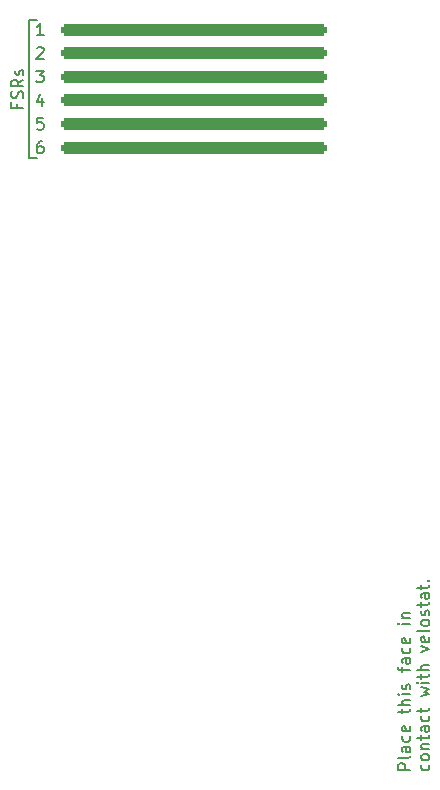
<source format=gto>
G04 #@! TF.GenerationSoftware,KiCad,Pcbnew,7.0.7*
G04 #@! TF.CreationDate,2024-12-02T13:56:48+01:00*
G04 #@! TF.ProjectId,Finger_FSR_V1_length,46696e67-6572-45f4-9653-525f56315f6c,rev?*
G04 #@! TF.SameCoordinates,Original*
G04 #@! TF.FileFunction,Legend,Top*
G04 #@! TF.FilePolarity,Positive*
%FSLAX46Y46*%
G04 Gerber Fmt 4.6, Leading zero omitted, Abs format (unit mm)*
G04 Created by KiCad (PCBNEW 7.0.7) date 2024-12-02 13:56:48*
%MOMM*%
%LPD*%
G01*
G04 APERTURE LIST*
G04 Aperture macros list*
%AMRoundRect*
0 Rectangle with rounded corners*
0 $1 Rounding radius*
0 $2 $3 $4 $5 $6 $7 $8 $9 X,Y pos of 4 corners*
0 Add a 4 corners polygon primitive as box body*
4,1,4,$2,$3,$4,$5,$6,$7,$8,$9,$2,$3,0*
0 Add four circle primitives for the rounded corners*
1,1,$1+$1,$2,$3*
1,1,$1+$1,$4,$5*
1,1,$1+$1,$6,$7*
1,1,$1+$1,$8,$9*
0 Add four rect primitives between the rounded corners*
20,1,$1+$1,$2,$3,$4,$5,0*
20,1,$1+$1,$4,$5,$6,$7,0*
20,1,$1+$1,$6,$7,$8,$9,0*
20,1,$1+$1,$8,$9,$2,$3,0*%
G04 Aperture macros list end*
%ADD10C,0.150000*%
%ADD11RoundRect,0.250000X-11.000000X-0.250000X11.000000X-0.250000X11.000000X0.250000X-11.000000X0.250000X0*%
%ADD12C,3.000000*%
%ADD13C,3.800000*%
G04 APERTURE END LIST*
D10*
X120819999Y-69178250D02*
X121529999Y-69178250D01*
X120819999Y-80848250D02*
X121529999Y-80848250D01*
X120819998Y-69180000D02*
X120819998Y-80840000D01*
X121461541Y-73471569D02*
X122080588Y-73471569D01*
X122080588Y-73471569D02*
X121747255Y-73852521D01*
X121747255Y-73852521D02*
X121890112Y-73852521D01*
X121890112Y-73852521D02*
X121985350Y-73900140D01*
X121985350Y-73900140D02*
X122032969Y-73947759D01*
X122032969Y-73947759D02*
X122080588Y-74042997D01*
X122080588Y-74042997D02*
X122080588Y-74281092D01*
X122080588Y-74281092D02*
X122032969Y-74376330D01*
X122032969Y-74376330D02*
X121985350Y-74423950D01*
X121985350Y-74423950D02*
X121890112Y-74471569D01*
X121890112Y-74471569D02*
X121604398Y-74471569D01*
X121604398Y-74471569D02*
X121509160Y-74423950D01*
X121509160Y-74423950D02*
X121461541Y-74376330D01*
X121985350Y-75804902D02*
X121985350Y-76471569D01*
X121747255Y-75423950D02*
X121509160Y-76138235D01*
X121509160Y-76138235D02*
X122128207Y-76138235D01*
X153116569Y-132663220D02*
X152116569Y-132663220D01*
X152116569Y-132663220D02*
X152116569Y-132282268D01*
X152116569Y-132282268D02*
X152164188Y-132187030D01*
X152164188Y-132187030D02*
X152211807Y-132139411D01*
X152211807Y-132139411D02*
X152307045Y-132091792D01*
X152307045Y-132091792D02*
X152449902Y-132091792D01*
X152449902Y-132091792D02*
X152545140Y-132139411D01*
X152545140Y-132139411D02*
X152592759Y-132187030D01*
X152592759Y-132187030D02*
X152640378Y-132282268D01*
X152640378Y-132282268D02*
X152640378Y-132663220D01*
X153116569Y-131520363D02*
X153068950Y-131615601D01*
X153068950Y-131615601D02*
X152973711Y-131663220D01*
X152973711Y-131663220D02*
X152116569Y-131663220D01*
X153116569Y-130710839D02*
X152592759Y-130710839D01*
X152592759Y-130710839D02*
X152497521Y-130758458D01*
X152497521Y-130758458D02*
X152449902Y-130853696D01*
X152449902Y-130853696D02*
X152449902Y-131044172D01*
X152449902Y-131044172D02*
X152497521Y-131139410D01*
X153068950Y-130710839D02*
X153116569Y-130806077D01*
X153116569Y-130806077D02*
X153116569Y-131044172D01*
X153116569Y-131044172D02*
X153068950Y-131139410D01*
X153068950Y-131139410D02*
X152973711Y-131187029D01*
X152973711Y-131187029D02*
X152878473Y-131187029D01*
X152878473Y-131187029D02*
X152783235Y-131139410D01*
X152783235Y-131139410D02*
X152735616Y-131044172D01*
X152735616Y-131044172D02*
X152735616Y-130806077D01*
X152735616Y-130806077D02*
X152687997Y-130710839D01*
X153068950Y-129806077D02*
X153116569Y-129901315D01*
X153116569Y-129901315D02*
X153116569Y-130091791D01*
X153116569Y-130091791D02*
X153068950Y-130187029D01*
X153068950Y-130187029D02*
X153021330Y-130234648D01*
X153021330Y-130234648D02*
X152926092Y-130282267D01*
X152926092Y-130282267D02*
X152640378Y-130282267D01*
X152640378Y-130282267D02*
X152545140Y-130234648D01*
X152545140Y-130234648D02*
X152497521Y-130187029D01*
X152497521Y-130187029D02*
X152449902Y-130091791D01*
X152449902Y-130091791D02*
X152449902Y-129901315D01*
X152449902Y-129901315D02*
X152497521Y-129806077D01*
X153068950Y-128996553D02*
X153116569Y-129091791D01*
X153116569Y-129091791D02*
X153116569Y-129282267D01*
X153116569Y-129282267D02*
X153068950Y-129377505D01*
X153068950Y-129377505D02*
X152973711Y-129425124D01*
X152973711Y-129425124D02*
X152592759Y-129425124D01*
X152592759Y-129425124D02*
X152497521Y-129377505D01*
X152497521Y-129377505D02*
X152449902Y-129282267D01*
X152449902Y-129282267D02*
X152449902Y-129091791D01*
X152449902Y-129091791D02*
X152497521Y-128996553D01*
X152497521Y-128996553D02*
X152592759Y-128948934D01*
X152592759Y-128948934D02*
X152687997Y-128948934D01*
X152687997Y-128948934D02*
X152783235Y-129425124D01*
X152449902Y-127901314D02*
X152449902Y-127520362D01*
X152116569Y-127758457D02*
X152973711Y-127758457D01*
X152973711Y-127758457D02*
X153068950Y-127710838D01*
X153068950Y-127710838D02*
X153116569Y-127615600D01*
X153116569Y-127615600D02*
X153116569Y-127520362D01*
X153116569Y-127187028D02*
X152116569Y-127187028D01*
X153116569Y-126758457D02*
X152592759Y-126758457D01*
X152592759Y-126758457D02*
X152497521Y-126806076D01*
X152497521Y-126806076D02*
X152449902Y-126901314D01*
X152449902Y-126901314D02*
X152449902Y-127044171D01*
X152449902Y-127044171D02*
X152497521Y-127139409D01*
X152497521Y-127139409D02*
X152545140Y-127187028D01*
X153116569Y-126282266D02*
X152449902Y-126282266D01*
X152116569Y-126282266D02*
X152164188Y-126329885D01*
X152164188Y-126329885D02*
X152211807Y-126282266D01*
X152211807Y-126282266D02*
X152164188Y-126234647D01*
X152164188Y-126234647D02*
X152116569Y-126282266D01*
X152116569Y-126282266D02*
X152211807Y-126282266D01*
X153068950Y-125853695D02*
X153116569Y-125758457D01*
X153116569Y-125758457D02*
X153116569Y-125567981D01*
X153116569Y-125567981D02*
X153068950Y-125472743D01*
X153068950Y-125472743D02*
X152973711Y-125425124D01*
X152973711Y-125425124D02*
X152926092Y-125425124D01*
X152926092Y-125425124D02*
X152830854Y-125472743D01*
X152830854Y-125472743D02*
X152783235Y-125567981D01*
X152783235Y-125567981D02*
X152783235Y-125710838D01*
X152783235Y-125710838D02*
X152735616Y-125806076D01*
X152735616Y-125806076D02*
X152640378Y-125853695D01*
X152640378Y-125853695D02*
X152592759Y-125853695D01*
X152592759Y-125853695D02*
X152497521Y-125806076D01*
X152497521Y-125806076D02*
X152449902Y-125710838D01*
X152449902Y-125710838D02*
X152449902Y-125567981D01*
X152449902Y-125567981D02*
X152497521Y-125472743D01*
X152449902Y-124377504D02*
X152449902Y-123996552D01*
X153116569Y-124234647D02*
X152259426Y-124234647D01*
X152259426Y-124234647D02*
X152164188Y-124187028D01*
X152164188Y-124187028D02*
X152116569Y-124091790D01*
X152116569Y-124091790D02*
X152116569Y-123996552D01*
X153116569Y-123234647D02*
X152592759Y-123234647D01*
X152592759Y-123234647D02*
X152497521Y-123282266D01*
X152497521Y-123282266D02*
X152449902Y-123377504D01*
X152449902Y-123377504D02*
X152449902Y-123567980D01*
X152449902Y-123567980D02*
X152497521Y-123663218D01*
X153068950Y-123234647D02*
X153116569Y-123329885D01*
X153116569Y-123329885D02*
X153116569Y-123567980D01*
X153116569Y-123567980D02*
X153068950Y-123663218D01*
X153068950Y-123663218D02*
X152973711Y-123710837D01*
X152973711Y-123710837D02*
X152878473Y-123710837D01*
X152878473Y-123710837D02*
X152783235Y-123663218D01*
X152783235Y-123663218D02*
X152735616Y-123567980D01*
X152735616Y-123567980D02*
X152735616Y-123329885D01*
X152735616Y-123329885D02*
X152687997Y-123234647D01*
X153068950Y-122329885D02*
X153116569Y-122425123D01*
X153116569Y-122425123D02*
X153116569Y-122615599D01*
X153116569Y-122615599D02*
X153068950Y-122710837D01*
X153068950Y-122710837D02*
X153021330Y-122758456D01*
X153021330Y-122758456D02*
X152926092Y-122806075D01*
X152926092Y-122806075D02*
X152640378Y-122806075D01*
X152640378Y-122806075D02*
X152545140Y-122758456D01*
X152545140Y-122758456D02*
X152497521Y-122710837D01*
X152497521Y-122710837D02*
X152449902Y-122615599D01*
X152449902Y-122615599D02*
X152449902Y-122425123D01*
X152449902Y-122425123D02*
X152497521Y-122329885D01*
X153068950Y-121520361D02*
X153116569Y-121615599D01*
X153116569Y-121615599D02*
X153116569Y-121806075D01*
X153116569Y-121806075D02*
X153068950Y-121901313D01*
X153068950Y-121901313D02*
X152973711Y-121948932D01*
X152973711Y-121948932D02*
X152592759Y-121948932D01*
X152592759Y-121948932D02*
X152497521Y-121901313D01*
X152497521Y-121901313D02*
X152449902Y-121806075D01*
X152449902Y-121806075D02*
X152449902Y-121615599D01*
X152449902Y-121615599D02*
X152497521Y-121520361D01*
X152497521Y-121520361D02*
X152592759Y-121472742D01*
X152592759Y-121472742D02*
X152687997Y-121472742D01*
X152687997Y-121472742D02*
X152783235Y-121948932D01*
X153116569Y-120282265D02*
X152449902Y-120282265D01*
X152116569Y-120282265D02*
X152164188Y-120329884D01*
X152164188Y-120329884D02*
X152211807Y-120282265D01*
X152211807Y-120282265D02*
X152164188Y-120234646D01*
X152164188Y-120234646D02*
X152116569Y-120282265D01*
X152116569Y-120282265D02*
X152211807Y-120282265D01*
X152449902Y-119806075D02*
X153116569Y-119806075D01*
X152545140Y-119806075D02*
X152497521Y-119758456D01*
X152497521Y-119758456D02*
X152449902Y-119663218D01*
X152449902Y-119663218D02*
X152449902Y-119520361D01*
X152449902Y-119520361D02*
X152497521Y-119425123D01*
X152497521Y-119425123D02*
X152592759Y-119377504D01*
X152592759Y-119377504D02*
X153116569Y-119377504D01*
X154678950Y-132234649D02*
X154726569Y-132329887D01*
X154726569Y-132329887D02*
X154726569Y-132520363D01*
X154726569Y-132520363D02*
X154678950Y-132615601D01*
X154678950Y-132615601D02*
X154631330Y-132663220D01*
X154631330Y-132663220D02*
X154536092Y-132710839D01*
X154536092Y-132710839D02*
X154250378Y-132710839D01*
X154250378Y-132710839D02*
X154155140Y-132663220D01*
X154155140Y-132663220D02*
X154107521Y-132615601D01*
X154107521Y-132615601D02*
X154059902Y-132520363D01*
X154059902Y-132520363D02*
X154059902Y-132329887D01*
X154059902Y-132329887D02*
X154107521Y-132234649D01*
X154726569Y-131663220D02*
X154678950Y-131758458D01*
X154678950Y-131758458D02*
X154631330Y-131806077D01*
X154631330Y-131806077D02*
X154536092Y-131853696D01*
X154536092Y-131853696D02*
X154250378Y-131853696D01*
X154250378Y-131853696D02*
X154155140Y-131806077D01*
X154155140Y-131806077D02*
X154107521Y-131758458D01*
X154107521Y-131758458D02*
X154059902Y-131663220D01*
X154059902Y-131663220D02*
X154059902Y-131520363D01*
X154059902Y-131520363D02*
X154107521Y-131425125D01*
X154107521Y-131425125D02*
X154155140Y-131377506D01*
X154155140Y-131377506D02*
X154250378Y-131329887D01*
X154250378Y-131329887D02*
X154536092Y-131329887D01*
X154536092Y-131329887D02*
X154631330Y-131377506D01*
X154631330Y-131377506D02*
X154678950Y-131425125D01*
X154678950Y-131425125D02*
X154726569Y-131520363D01*
X154726569Y-131520363D02*
X154726569Y-131663220D01*
X154059902Y-130901315D02*
X154726569Y-130901315D01*
X154155140Y-130901315D02*
X154107521Y-130853696D01*
X154107521Y-130853696D02*
X154059902Y-130758458D01*
X154059902Y-130758458D02*
X154059902Y-130615601D01*
X154059902Y-130615601D02*
X154107521Y-130520363D01*
X154107521Y-130520363D02*
X154202759Y-130472744D01*
X154202759Y-130472744D02*
X154726569Y-130472744D01*
X154059902Y-130139410D02*
X154059902Y-129758458D01*
X153726569Y-129996553D02*
X154583711Y-129996553D01*
X154583711Y-129996553D02*
X154678950Y-129948934D01*
X154678950Y-129948934D02*
X154726569Y-129853696D01*
X154726569Y-129853696D02*
X154726569Y-129758458D01*
X154726569Y-128996553D02*
X154202759Y-128996553D01*
X154202759Y-128996553D02*
X154107521Y-129044172D01*
X154107521Y-129044172D02*
X154059902Y-129139410D01*
X154059902Y-129139410D02*
X154059902Y-129329886D01*
X154059902Y-129329886D02*
X154107521Y-129425124D01*
X154678950Y-128996553D02*
X154726569Y-129091791D01*
X154726569Y-129091791D02*
X154726569Y-129329886D01*
X154726569Y-129329886D02*
X154678950Y-129425124D01*
X154678950Y-129425124D02*
X154583711Y-129472743D01*
X154583711Y-129472743D02*
X154488473Y-129472743D01*
X154488473Y-129472743D02*
X154393235Y-129425124D01*
X154393235Y-129425124D02*
X154345616Y-129329886D01*
X154345616Y-129329886D02*
X154345616Y-129091791D01*
X154345616Y-129091791D02*
X154297997Y-128996553D01*
X154678950Y-128091791D02*
X154726569Y-128187029D01*
X154726569Y-128187029D02*
X154726569Y-128377505D01*
X154726569Y-128377505D02*
X154678950Y-128472743D01*
X154678950Y-128472743D02*
X154631330Y-128520362D01*
X154631330Y-128520362D02*
X154536092Y-128567981D01*
X154536092Y-128567981D02*
X154250378Y-128567981D01*
X154250378Y-128567981D02*
X154155140Y-128520362D01*
X154155140Y-128520362D02*
X154107521Y-128472743D01*
X154107521Y-128472743D02*
X154059902Y-128377505D01*
X154059902Y-128377505D02*
X154059902Y-128187029D01*
X154059902Y-128187029D02*
X154107521Y-128091791D01*
X154059902Y-127806076D02*
X154059902Y-127425124D01*
X153726569Y-127663219D02*
X154583711Y-127663219D01*
X154583711Y-127663219D02*
X154678950Y-127615600D01*
X154678950Y-127615600D02*
X154726569Y-127520362D01*
X154726569Y-127520362D02*
X154726569Y-127425124D01*
X154059902Y-126425123D02*
X154726569Y-126234647D01*
X154726569Y-126234647D02*
X154250378Y-126044171D01*
X154250378Y-126044171D02*
X154726569Y-125853695D01*
X154726569Y-125853695D02*
X154059902Y-125663219D01*
X154726569Y-125282266D02*
X154059902Y-125282266D01*
X153726569Y-125282266D02*
X153774188Y-125329885D01*
X153774188Y-125329885D02*
X153821807Y-125282266D01*
X153821807Y-125282266D02*
X153774188Y-125234647D01*
X153774188Y-125234647D02*
X153726569Y-125282266D01*
X153726569Y-125282266D02*
X153821807Y-125282266D01*
X154059902Y-124948933D02*
X154059902Y-124567981D01*
X153726569Y-124806076D02*
X154583711Y-124806076D01*
X154583711Y-124806076D02*
X154678950Y-124758457D01*
X154678950Y-124758457D02*
X154726569Y-124663219D01*
X154726569Y-124663219D02*
X154726569Y-124567981D01*
X154726569Y-124234647D02*
X153726569Y-124234647D01*
X154726569Y-123806076D02*
X154202759Y-123806076D01*
X154202759Y-123806076D02*
X154107521Y-123853695D01*
X154107521Y-123853695D02*
X154059902Y-123948933D01*
X154059902Y-123948933D02*
X154059902Y-124091790D01*
X154059902Y-124091790D02*
X154107521Y-124187028D01*
X154107521Y-124187028D02*
X154155140Y-124234647D01*
X154059902Y-122663218D02*
X154726569Y-122425123D01*
X154726569Y-122425123D02*
X154059902Y-122187028D01*
X154678950Y-121425123D02*
X154726569Y-121520361D01*
X154726569Y-121520361D02*
X154726569Y-121710837D01*
X154726569Y-121710837D02*
X154678950Y-121806075D01*
X154678950Y-121806075D02*
X154583711Y-121853694D01*
X154583711Y-121853694D02*
X154202759Y-121853694D01*
X154202759Y-121853694D02*
X154107521Y-121806075D01*
X154107521Y-121806075D02*
X154059902Y-121710837D01*
X154059902Y-121710837D02*
X154059902Y-121520361D01*
X154059902Y-121520361D02*
X154107521Y-121425123D01*
X154107521Y-121425123D02*
X154202759Y-121377504D01*
X154202759Y-121377504D02*
X154297997Y-121377504D01*
X154297997Y-121377504D02*
X154393235Y-121853694D01*
X154726569Y-120806075D02*
X154678950Y-120901313D01*
X154678950Y-120901313D02*
X154583711Y-120948932D01*
X154583711Y-120948932D02*
X153726569Y-120948932D01*
X154726569Y-120282265D02*
X154678950Y-120377503D01*
X154678950Y-120377503D02*
X154631330Y-120425122D01*
X154631330Y-120425122D02*
X154536092Y-120472741D01*
X154536092Y-120472741D02*
X154250378Y-120472741D01*
X154250378Y-120472741D02*
X154155140Y-120425122D01*
X154155140Y-120425122D02*
X154107521Y-120377503D01*
X154107521Y-120377503D02*
X154059902Y-120282265D01*
X154059902Y-120282265D02*
X154059902Y-120139408D01*
X154059902Y-120139408D02*
X154107521Y-120044170D01*
X154107521Y-120044170D02*
X154155140Y-119996551D01*
X154155140Y-119996551D02*
X154250378Y-119948932D01*
X154250378Y-119948932D02*
X154536092Y-119948932D01*
X154536092Y-119948932D02*
X154631330Y-119996551D01*
X154631330Y-119996551D02*
X154678950Y-120044170D01*
X154678950Y-120044170D02*
X154726569Y-120139408D01*
X154726569Y-120139408D02*
X154726569Y-120282265D01*
X154678950Y-119567979D02*
X154726569Y-119472741D01*
X154726569Y-119472741D02*
X154726569Y-119282265D01*
X154726569Y-119282265D02*
X154678950Y-119187027D01*
X154678950Y-119187027D02*
X154583711Y-119139408D01*
X154583711Y-119139408D02*
X154536092Y-119139408D01*
X154536092Y-119139408D02*
X154440854Y-119187027D01*
X154440854Y-119187027D02*
X154393235Y-119282265D01*
X154393235Y-119282265D02*
X154393235Y-119425122D01*
X154393235Y-119425122D02*
X154345616Y-119520360D01*
X154345616Y-119520360D02*
X154250378Y-119567979D01*
X154250378Y-119567979D02*
X154202759Y-119567979D01*
X154202759Y-119567979D02*
X154107521Y-119520360D01*
X154107521Y-119520360D02*
X154059902Y-119425122D01*
X154059902Y-119425122D02*
X154059902Y-119282265D01*
X154059902Y-119282265D02*
X154107521Y-119187027D01*
X154059902Y-118853693D02*
X154059902Y-118472741D01*
X153726569Y-118710836D02*
X154583711Y-118710836D01*
X154583711Y-118710836D02*
X154678950Y-118663217D01*
X154678950Y-118663217D02*
X154726569Y-118567979D01*
X154726569Y-118567979D02*
X154726569Y-118472741D01*
X154726569Y-117710836D02*
X154202759Y-117710836D01*
X154202759Y-117710836D02*
X154107521Y-117758455D01*
X154107521Y-117758455D02*
X154059902Y-117853693D01*
X154059902Y-117853693D02*
X154059902Y-118044169D01*
X154059902Y-118044169D02*
X154107521Y-118139407D01*
X154678950Y-117710836D02*
X154726569Y-117806074D01*
X154726569Y-117806074D02*
X154726569Y-118044169D01*
X154726569Y-118044169D02*
X154678950Y-118139407D01*
X154678950Y-118139407D02*
X154583711Y-118187026D01*
X154583711Y-118187026D02*
X154488473Y-118187026D01*
X154488473Y-118187026D02*
X154393235Y-118139407D01*
X154393235Y-118139407D02*
X154345616Y-118044169D01*
X154345616Y-118044169D02*
X154345616Y-117806074D01*
X154345616Y-117806074D02*
X154297997Y-117710836D01*
X154059902Y-117377502D02*
X154059902Y-116996550D01*
X153726569Y-117234645D02*
X154583711Y-117234645D01*
X154583711Y-117234645D02*
X154678950Y-117187026D01*
X154678950Y-117187026D02*
X154726569Y-117091788D01*
X154726569Y-117091788D02*
X154726569Y-116996550D01*
X154631330Y-116663216D02*
X154678950Y-116615597D01*
X154678950Y-116615597D02*
X154726569Y-116663216D01*
X154726569Y-116663216D02*
X154678950Y-116710835D01*
X154678950Y-116710835D02*
X154631330Y-116663216D01*
X154631330Y-116663216D02*
X154726569Y-116663216D01*
X122032969Y-77471569D02*
X121556779Y-77471569D01*
X121556779Y-77471569D02*
X121509160Y-77947759D01*
X121509160Y-77947759D02*
X121556779Y-77900140D01*
X121556779Y-77900140D02*
X121652017Y-77852521D01*
X121652017Y-77852521D02*
X121890112Y-77852521D01*
X121890112Y-77852521D02*
X121985350Y-77900140D01*
X121985350Y-77900140D02*
X122032969Y-77947759D01*
X122032969Y-77947759D02*
X122080588Y-78042997D01*
X122080588Y-78042997D02*
X122080588Y-78281092D01*
X122080588Y-78281092D02*
X122032969Y-78376330D01*
X122032969Y-78376330D02*
X121985350Y-78423950D01*
X121985350Y-78423950D02*
X121890112Y-78471569D01*
X121890112Y-78471569D02*
X121652017Y-78471569D01*
X121652017Y-78471569D02*
X121556779Y-78423950D01*
X121556779Y-78423950D02*
X121509160Y-78376330D01*
X119831008Y-76274411D02*
X119831008Y-76607744D01*
X120354818Y-76607744D02*
X119354818Y-76607744D01*
X119354818Y-76607744D02*
X119354818Y-76131554D01*
X120307199Y-75798220D02*
X120354818Y-75655363D01*
X120354818Y-75655363D02*
X120354818Y-75417268D01*
X120354818Y-75417268D02*
X120307199Y-75322030D01*
X120307199Y-75322030D02*
X120259579Y-75274411D01*
X120259579Y-75274411D02*
X120164341Y-75226792D01*
X120164341Y-75226792D02*
X120069103Y-75226792D01*
X120069103Y-75226792D02*
X119973865Y-75274411D01*
X119973865Y-75274411D02*
X119926246Y-75322030D01*
X119926246Y-75322030D02*
X119878627Y-75417268D01*
X119878627Y-75417268D02*
X119831008Y-75607744D01*
X119831008Y-75607744D02*
X119783389Y-75702982D01*
X119783389Y-75702982D02*
X119735770Y-75750601D01*
X119735770Y-75750601D02*
X119640532Y-75798220D01*
X119640532Y-75798220D02*
X119545294Y-75798220D01*
X119545294Y-75798220D02*
X119450056Y-75750601D01*
X119450056Y-75750601D02*
X119402437Y-75702982D01*
X119402437Y-75702982D02*
X119354818Y-75607744D01*
X119354818Y-75607744D02*
X119354818Y-75369649D01*
X119354818Y-75369649D02*
X119402437Y-75226792D01*
X120354818Y-74226792D02*
X119878627Y-74560125D01*
X120354818Y-74798220D02*
X119354818Y-74798220D01*
X119354818Y-74798220D02*
X119354818Y-74417268D01*
X119354818Y-74417268D02*
X119402437Y-74322030D01*
X119402437Y-74322030D02*
X119450056Y-74274411D01*
X119450056Y-74274411D02*
X119545294Y-74226792D01*
X119545294Y-74226792D02*
X119688151Y-74226792D01*
X119688151Y-74226792D02*
X119783389Y-74274411D01*
X119783389Y-74274411D02*
X119831008Y-74322030D01*
X119831008Y-74322030D02*
X119878627Y-74417268D01*
X119878627Y-74417268D02*
X119878627Y-74798220D01*
X120307199Y-73845839D02*
X120354818Y-73750601D01*
X120354818Y-73750601D02*
X120354818Y-73560125D01*
X120354818Y-73560125D02*
X120307199Y-73464887D01*
X120307199Y-73464887D02*
X120211960Y-73417268D01*
X120211960Y-73417268D02*
X120164341Y-73417268D01*
X120164341Y-73417268D02*
X120069103Y-73464887D01*
X120069103Y-73464887D02*
X120021484Y-73560125D01*
X120021484Y-73560125D02*
X120021484Y-73702982D01*
X120021484Y-73702982D02*
X119973865Y-73798220D01*
X119973865Y-73798220D02*
X119878627Y-73845839D01*
X119878627Y-73845839D02*
X119831008Y-73845839D01*
X119831008Y-73845839D02*
X119735770Y-73798220D01*
X119735770Y-73798220D02*
X119688151Y-73702982D01*
X119688151Y-73702982D02*
X119688151Y-73560125D01*
X119688151Y-73560125D02*
X119735770Y-73464887D01*
X122080588Y-70471569D02*
X121509160Y-70471569D01*
X121794874Y-70471569D02*
X121794874Y-69471569D01*
X121794874Y-69471569D02*
X121699636Y-69614426D01*
X121699636Y-69614426D02*
X121604398Y-69709664D01*
X121604398Y-69709664D02*
X121509160Y-69757283D01*
X121509160Y-71566807D02*
X121556779Y-71519188D01*
X121556779Y-71519188D02*
X121652017Y-71471569D01*
X121652017Y-71471569D02*
X121890112Y-71471569D01*
X121890112Y-71471569D02*
X121985350Y-71519188D01*
X121985350Y-71519188D02*
X122032969Y-71566807D01*
X122032969Y-71566807D02*
X122080588Y-71662045D01*
X122080588Y-71662045D02*
X122080588Y-71757283D01*
X122080588Y-71757283D02*
X122032969Y-71900140D01*
X122032969Y-71900140D02*
X121461541Y-72471569D01*
X121461541Y-72471569D02*
X122080588Y-72471569D01*
X121985350Y-79471569D02*
X121794874Y-79471569D01*
X121794874Y-79471569D02*
X121699636Y-79519188D01*
X121699636Y-79519188D02*
X121652017Y-79566807D01*
X121652017Y-79566807D02*
X121556779Y-79709664D01*
X121556779Y-79709664D02*
X121509160Y-79900140D01*
X121509160Y-79900140D02*
X121509160Y-80281092D01*
X121509160Y-80281092D02*
X121556779Y-80376330D01*
X121556779Y-80376330D02*
X121604398Y-80423950D01*
X121604398Y-80423950D02*
X121699636Y-80471569D01*
X121699636Y-80471569D02*
X121890112Y-80471569D01*
X121890112Y-80471569D02*
X121985350Y-80423950D01*
X121985350Y-80423950D02*
X122032969Y-80376330D01*
X122032969Y-80376330D02*
X122080588Y-80281092D01*
X122080588Y-80281092D02*
X122080588Y-80042997D01*
X122080588Y-80042997D02*
X122032969Y-79947759D01*
X122032969Y-79947759D02*
X121985350Y-79900140D01*
X121985350Y-79900140D02*
X121890112Y-79852521D01*
X121890112Y-79852521D02*
X121699636Y-79852521D01*
X121699636Y-79852521D02*
X121604398Y-79900140D01*
X121604398Y-79900140D02*
X121556779Y-79947759D01*
X121556779Y-79947759D02*
X121509160Y-80042997D01*
%LPC*%
D11*
X134800000Y-74000000D03*
X134800000Y-76000000D03*
X134800000Y-72000000D03*
D12*
X153450000Y-78650000D03*
D13*
X153450000Y-73650000D03*
D11*
X134800000Y-80000000D03*
D13*
X116150000Y-73650000D03*
D11*
X134800000Y-70000000D03*
X134800000Y-78000000D03*
D13*
X116150000Y-78650000D03*
%LPD*%
M02*

</source>
